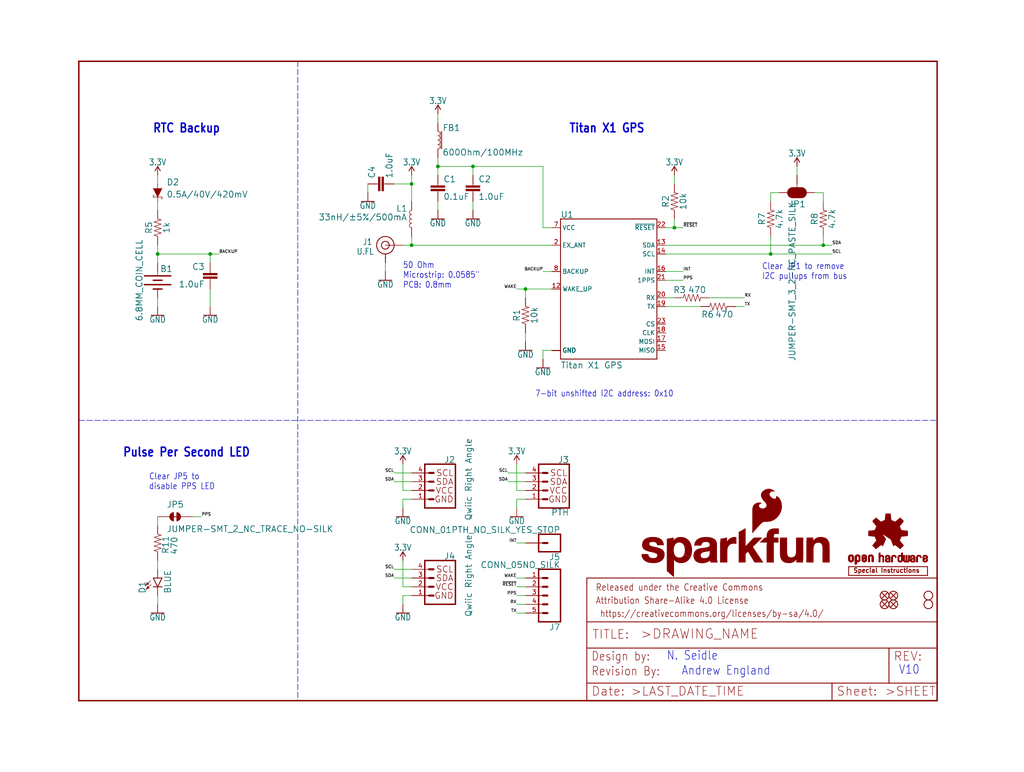
<source format=kicad_sch>
(kicad_sch (version 20211123) (generator eeschema)
  (paper "User" 297.002 223.926)
  (lib_symbols
    (symbol "eagleSchem-eagle-import:0.1UF-0603-25V-(+80{slash}-20%)"
      (property "Reference" "C" (at 1.524 2.921 0))
      (property "Value" "0.1UF-0603-25V-(+80{slash}-20%)" (at 1.524 -2.159 0))
      (symbol "0.1UF-0603-25V-(+80{slash}-20%)_1_0"
        (pin passive line (at 0 5.08 270) (length 2.54) (name "1") (number "1"))
        (pin passive line (at 0 -2.54 90) (length 2.54) (name "2") (number "2"))
      )
    )
    (symbol "eagleSchem-eagle-import:1.0UF-0603-16V-10%"
      (property "Reference" "C" (at 1.524 2.921 0))
      (property "Value" "1.0UF-0603-16V-10%" (at 1.524 -2.159 0))
      (symbol "1.0UF-0603-16V-10%_1_0"
        (pin passive line (at 0 5.08 270) (length 2.54) (name "1") (number "1"))
        (pin passive line (at 0 -2.54 90) (length 2.54) (name "2") (number "2"))
      )
    )
    (symbol "eagleSchem-eagle-import:10KOHM-0603-1{slash}10W-1%"
      (property "Reference" "R" (at 0 1.524 0))
      (property "Value" "10KOHM-0603-1{slash}10W-1%" (at 0 -1.524 0))
      (symbol "10KOHM-0603-1{slash}10W-1%_1_0"
        (pin passive line (at -5.08 0 0) (length 2.54) (name "1") (number "1"))
        (pin passive line (at 5.08 0 180) (length 2.54) (name "2") (number "2"))
      )
    )
    (symbol "eagleSchem-eagle-import:1KOHM-0603-1{slash}10W-1%"
      (property "Reference" "R" (at 0 1.524 0))
      (property "Value" "1KOHM-0603-1{slash}10W-1%" (at 0 -1.524 0))
      (symbol "1KOHM-0603-1{slash}10W-1%_1_0"
        (pin passive line (at -5.08 0 0) (length 2.54) (name "1") (number "1"))
        (pin passive line (at 5.08 0 180) (length 2.54) (name "2") (number "2"))
      )
    )
    (symbol "eagleSchem-eagle-import:3.3V" (power)
      (property "Value" "3.3V" (at 0 2.794 0))
      (symbol "3.3V_1_0"
        (pin power_in line (at 0 0 90) (length 2.54) (name "3.3V") (number "1"))
      )
    )
    (symbol "eagleSchem-eagle-import:4.7KOHM-0603-1{slash}10W-1%"
      (property "Reference" "R" (at 0 1.524 0))
      (property "Value" "4.7KOHM-0603-1{slash}10W-1%" (at 0 -1.524 0))
      (symbol "4.7KOHM-0603-1{slash}10W-1%_1_0"
        (pin passive line (at -5.08 0 0) (length 2.54) (name "1") (number "1"))
        (pin passive line (at 5.08 0 180) (length 2.54) (name "2") (number "2"))
      )
    )
    (symbol "eagleSchem-eagle-import:470OHM-0603-1{slash}10W-1%"
      (property "Reference" "R" (at 0 1.524 0))
      (property "Value" "470OHM-0603-1{slash}10W-1%" (at 0 -1.524 0))
      (symbol "470OHM-0603-1{slash}10W-1%_1_0"
        (pin passive line (at -5.08 0 0) (length 2.54) (name "1") (number "1"))
        (pin passive line (at 5.08 0 180) (length 2.54) (name "2") (number "2"))
      )
    )
    (symbol "eagleSchem-eagle-import:BATTERY-6.8MM_SMD"
      (property "Reference" "BT" (at 0 4.318 0))
      (property "Value" "BATTERY-6.8MM_SMD" (at 0 -4.318 0))
      (symbol "BATTERY-6.8MM_SMD_1_0"
        (pin power_in line (at -5.08 0 0) (length 2.54) (name "+") (number "+"))
        (pin power_in line (at 5.08 0 180) (length 2.54) (name "-") (number "-"))
      )
    )
    (symbol "eagleSchem-eagle-import:CONN_01PTH_NO_SILK_YES_STOP"
      (property "Reference" "J" (at -2.54 3.048 0))
      (property "Value" "CONN_01PTH_NO_SILK_YES_STOP" (at -2.54 -4.826 0))
      (symbol "CONN_01PTH_NO_SILK_YES_STOP_1_0"
        (pin passive line (at 7.62 0 180) (length 5.08) (name "1") (number "1"))
      )
    )
    (symbol "eagleSchem-eagle-import:CONN_05NO_SILK"
      (property "Reference" "J" (at -2.54 8.128 0))
      (property "Value" "CONN_05NO_SILK" (at -2.54 -9.906 0))
      (symbol "CONN_05NO_SILK_1_0"
        (pin passive line (at 7.62 -5.08 180) (length 5.08) (name "1") (number "1"))
        (pin passive line (at 7.62 -2.54 180) (length 5.08) (name "2") (number "2"))
        (pin passive line (at 7.62 0 180) (length 5.08) (name "3") (number "3"))
        (pin passive line (at 7.62 2.54 180) (length 5.08) (name "4") (number "4"))
        (pin passive line (at 7.62 5.08 180) (length 5.08) (name "5") (number "5"))
      )
    )
    (symbol "eagleSchem-eagle-import:DIODE-SCHOTTKY-PMEG4005EJ"
      (property "Reference" "D" (at -2.54 2.032 0))
      (property "Value" "DIODE-SCHOTTKY-PMEG4005EJ" (at -2.54 -2.032 0))
      (symbol "DIODE-SCHOTTKY-PMEG4005EJ_1_0"
        (pin passive line (at -2.54 0 0) (length 0) (name "A") (number "A"))
        (pin passive line (at 2.54 0 180) (length 0) (name "C") (number "C"))
      )
    )
    (symbol "eagleSchem-eagle-import:FERRITE_BEAD-0603"
      (property "Reference" "FB" (at 1.27 2.54 0))
      (property "Value" "FERRITE_BEAD-0603" (at 1.27 -2.54 0))
      (symbol "FERRITE_BEAD-0603_1_0"
        (pin passive line (at 0 5.08 270) (length 2.54) (name "1") (number "1"))
        (pin passive line (at 0 -5.08 90) (length 2.54) (name "2") (number "2"))
      )
    )
    (symbol "eagleSchem-eagle-import:FIDUCIALUFIDUCIAL")
    (symbol "eagleSchem-eagle-import:FRAME-LETTER"
      (symbol "FRAME-LETTER_2_0"
        (text " https://creativecommons.org/licenses/by-sa/4.0/" (at 2.54 24.13 0) (effects (font (size 1.9304 1.6408)) (justify left bottom)))
        (text ">DRAWING_NAME" (at 15.494 17.78 0) (effects (font (size 2.7432 2.7432)) (justify left bottom)))
        (text ">LAST_DATE_TIME" (at 12.7 1.27 0) (effects (font (size 2.54 2.54)) (justify left bottom)))
        (text ">SHEET" (at 86.36 1.27 0) (effects (font (size 2.54 2.54)) (justify left bottom)))
        (text "Attribution Share-Alike 4.0 License" (at 2.54 27.94 0) (effects (font (size 1.9304 1.6408)) (justify left bottom)))
        (text "Date:" (at 1.27 1.27 0) (effects (font (size 2.54 2.54)) (justify left bottom)))
        (text "Design by:" (at 1.27 11.43 0) (effects (font (size 2.54 2.159)) (justify left bottom)))
        (text "Released under the Creative Commons" (at 2.54 31.75 0) (effects (font (size 1.9304 1.6408)) (justify left bottom)))
        (text "REV:" (at 88.9 11.43 0) (effects (font (size 2.54 2.54)) (justify left bottom)))
        (text "Sheet:" (at 72.39 1.27 0) (effects (font (size 2.54 2.54)) (justify left bottom)))
        (text "TITLE:" (at 1.524 17.78 0) (effects (font (size 2.54 2.54)) (justify left bottom)))
      )
    )
    (symbol "eagleSchem-eagle-import:GND" (power)
      (property "Value" "GND" (at 0 -0.254 0))
      (symbol "GND_1_0"
        (pin power_in line (at 0 2.54 270) (length 2.54) (name "GND") (number "1"))
      )
    )
    (symbol "eagleSchem-eagle-import:I2C_STANDARDQWIIC"
      (property "Reference" "J" (at -5.08 7.874 0))
      (property "Value" "I2C_STANDARDQWIIC" (at -5.08 -5.334 0))
      (symbol "I2C_STANDARDQWIIC_1_0"
        (text "GND" (at -4.572 -2.54 0) (effects (font (size 1.778 1.778)) (justify left)))
        (text "SCL" (at -4.572 5.08 0) (effects (font (size 1.778 1.778)) (justify left)))
        (text "SDA" (at -4.572 2.54 0) (effects (font (size 1.778 1.778)) (justify left)))
        (text "VCC" (at -4.572 0 0) (effects (font (size 1.778 1.778)) (justify left)))
        (pin power_in line (at 7.62 -2.54 180) (length 5.08) (name "1") (number "1"))
        (pin power_in line (at 7.62 0 180) (length 5.08) (name "2") (number "2"))
        (pin passive line (at 7.62 2.54 180) (length 5.08) (name "3") (number "3"))
        (pin passive line (at 7.62 5.08 180) (length 5.08) (name "4") (number "4"))
      )
    )
    (symbol "eagleSchem-eagle-import:I2C_STANDARD_NO_SILK"
      (property "Reference" "J" (at -5.08 7.874 0))
      (property "Value" "I2C_STANDARD_NO_SILK" (at -5.08 -5.334 0))
      (symbol "I2C_STANDARD_NO_SILK_1_0"
        (text "GND" (at -4.572 -2.54 0) (effects (font (size 1.778 1.778)) (justify left)))
        (text "SCL" (at -4.572 5.08 0) (effects (font (size 1.778 1.778)) (justify left)))
        (text "SDA" (at -4.572 2.54 0) (effects (font (size 1.778 1.778)) (justify left)))
        (text "VCC" (at -4.572 0 0) (effects (font (size 1.778 1.778)) (justify left)))
        (pin power_in line (at 7.62 -2.54 180) (length 5.08) (name "1") (number "1"))
        (pin power_in line (at 7.62 0 180) (length 5.08) (name "2") (number "2"))
        (pin passive line (at 7.62 2.54 180) (length 5.08) (name "3") (number "3"))
        (pin passive line (at 7.62 5.08 180) (length 5.08) (name "4") (number "4"))
      )
    )
    (symbol "eagleSchem-eagle-import:INDUCTOR-0603-33NH"
      (property "Reference" "L" (at 1.27 2.54 0))
      (property "Value" "INDUCTOR-0603-33NH" (at 1.27 -2.54 0))
      (symbol "INDUCTOR-0603-33NH_1_0"
        (pin passive line (at 0 5.08 270) (length 2.54) (name "1") (number "1"))
        (pin passive line (at 0 -5.08 90) (length 2.54) (name "2") (number "2"))
      )
    )
    (symbol "eagleSchem-eagle-import:JUMPER-SMT_2_NC_TRACE_NO-SILK"
      (property "Reference" "JP" (at -2.54 2.54 0))
      (property "Value" "JUMPER-SMT_2_NC_TRACE_NO-SILK" (at -2.54 -2.54 0))
      (symbol "JUMPER-SMT_2_NC_TRACE_NO-SILK_1_0"
        (pin passive line (at -5.08 0 0) (length 2.54) (name "1") (number "1"))
        (pin passive line (at 5.08 0 180) (length 2.54) (name "2") (number "2"))
      )
    )
    (symbol "eagleSchem-eagle-import:JUMPER-SMT_3_2-NC_PASTE_SILK"
      (property "Reference" "JP" (at 2.54 0.381 0))
      (property "Value" "JUMPER-SMT_3_2-NC_PASTE_SILK" (at 2.54 -0.381 0))
      (symbol "JUMPER-SMT_3_2-NC_PASTE_SILK_1_0"
        (pin passive line (at 0 5.08 270) (length 2.54) (name "1") (number "1"))
        (pin passive line (at -5.08 0 0) (length 2.54) (name "2") (number "2"))
        (pin passive line (at 0 -5.08 90) (length 2.54) (name "3") (number "3"))
      )
    )
    (symbol "eagleSchem-eagle-import:LED-BLUE0603"
      (property "Reference" "D" (at -3.429 -4.572 90))
      (property "Value" "LED-BLUE0603" (at 1.905 -4.572 90))
      (symbol "LED-BLUE0603_1_0"
        (pin passive line (at 0 2.54 270) (length 2.54) (name "A") (number "A"))
        (pin passive line (at 0 -5.08 90) (length 2.54) (name "C") (number "C"))
      )
    )
    (symbol "eagleSchem-eagle-import:OSHW-LOGOMINI")
    (symbol "eagleSchem-eagle-import:REVISION"
      (symbol "REVISION_1_0"
        (text "Revision By: " (at 0 0 0) (effects (font (size 2.54 2.159)) (justify left bottom)))
      )
    )
    (symbol "eagleSchem-eagle-import:SFE_LOGO_NAME_FLAME.1_INCH")
    (symbol "eagleSchem-eagle-import:SPECIAL_INSTRUCTIONS-PRODUCTION"
      (symbol "SPECIAL_INSTRUCTIONS-PRODUCTION_1_0"
        (text "Special Instructions" (at 1.27 0.6985 0) (effects (font (size 1.27 1.27) (thickness 0.254) bold) (justify left bottom)))
      )
    )
    (symbol "eagleSchem-eagle-import:STAND-OFF")
    (symbol "eagleSchem-eagle-import:TITAN_X1_GPS"
      (property "Reference" "U" (at -15.24 20.574 0))
      (property "Value" "TITAN_X1_GPS" (at -15.24 -23.114 0))
      (symbol "TITAN_X1_GPS_1_0"
        (pin bidirectional line (at -17.78 -17.78 0) (length 2.54) (name "GND") (number "1"))
        (pin bidirectional line (at -17.78 -17.78 0) (length 2.54) (name "GND") (number "10"))
        (pin bidirectional line (at -17.78 -17.78 0) (length 2.54) (name "GND") (number "11"))
        (pin bidirectional line (at -17.78 0 0) (length 2.54) (name "WAKE_UP") (number "12"))
        (pin bidirectional line (at 15.24 12.7 180) (length 2.54) (name "SDA") (number "13"))
        (pin bidirectional line (at 15.24 10.16 180) (length 2.54) (name "SCL") (number "14"))
        (pin bidirectional line (at 15.24 -17.78 180) (length 2.54) (name "MISO") (number "15"))
        (pin bidirectional line (at 15.24 5.08 180) (length 2.54) (name "INT") (number "16"))
        (pin bidirectional line (at 15.24 -15.24 180) (length 2.54) (name "MOSI") (number "17"))
        (pin bidirectional line (at 15.24 -12.7 180) (length 2.54) (name "CLK") (number "18"))
        (pin bidirectional line (at 15.24 -5.08 180) (length 2.54) (name "TX") (number "19"))
        (pin bidirectional line (at -17.78 12.7 0) (length 2.54) (name "EX_ANT") (number "2"))
        (pin bidirectional line (at 15.24 -2.54 180) (length 2.54) (name "RX") (number "20"))
        (pin bidirectional line (at 15.24 2.54 180) (length 2.54) (name "1PPS") (number "21"))
        (pin bidirectional line (at 15.24 17.78 180) (length 2.54) (name "~{RESET}") (number "22"))
        (pin bidirectional line (at 15.24 -10.16 180) (length 2.54) (name "CS") (number "23"))
        (pin bidirectional line (at -17.78 -17.78 0) (length 2.54) (name "GND") (number "24"))
        (pin bidirectional line (at -17.78 -17.78 0) (length 2.54) (name "GND") (number "3"))
        (pin bidirectional line (at -17.78 -17.78 0) (length 2.54) (name "GND") (number "4"))
        (pin bidirectional line (at -17.78 -17.78 0) (length 2.54) (name "GND") (number "5"))
        (pin bidirectional line (at -17.78 -17.78 0) (length 2.54) (name "GND") (number "6"))
        (pin bidirectional line (at -17.78 17.78 0) (length 2.54) (name "VCC") (number "7"))
        (pin bidirectional line (at -17.78 5.08 0) (length 2.54) (name "BACKUP") (number "8"))
        (pin bidirectional line (at -17.78 -17.78 0) (length 2.54) (name "GND") (number "9"))
      )
    )
    (symbol "eagleSchem-eagle-import:U.FL2PIN"
      (property "Reference" "J" (at 2.54 -5.08 0))
      (property "Value" "U.FL2PIN" (at 2.54 -7.62 0))
      (symbol "U.FL2PIN_1_0"
        (pin bidirectional line (at 0 -5.08 90) (length 2.54) (name "GND") (number "1"))
        (pin bidirectional line (at 0 -5.08 90) (length 2.54) (name "GND") (number "2"))
        (pin bidirectional line (at 5.08 0 180) (length 5.08) (name "SIGNAL") (number "FEED"))
      )
    )
  )
  (junction (at 137.16 48.26))
  (junction (at 119.38 71.12))
  (junction (at 223.52 73.66))
  (junction (at 152.4 83.82))
  (junction (at 195.58 66.04))
  (junction (at 119.38 53.34))
  (junction (at 45.72 73.66))
  (junction (at 127 48.26))
  (junction (at 60.96 73.66))
  (junction (at 238.76 71.12))
  (wire (pts (xy 157.48 101.6) (xy 157.48 104.14)))
  (wire (pts (xy 193.04 73.66) (xy 223.52 73.66)))
  (wire (pts (xy 152.4 167.64) (xy 149.86 167.64)))
  (wire (pts (xy 45.72 162.56) (xy 45.72 165.1)))
  (wire (pts (xy 119.38 139.7) (xy 114.3 139.7)))
  (wire (pts (xy 193.04 78.74) (xy 198.12 78.74)))
  (wire (pts (xy 119.38 53.34) (xy 119.38 58.42)))
  (wire (pts (xy 45.72 58.42) (xy 45.72 60.96)))
  (wire (pts (xy 45.72 172.72) (xy 45.72 175.26)))
  (wire (pts (xy 149.86 142.24) (xy 149.86 134.62)))
  (wire (pts (xy 223.52 58.42) (xy 223.52 55.88)))
  (wire (pts (xy 119.38 170.18) (xy 116.84 170.18)))
  (wire (pts (xy 238.76 58.42) (xy 238.76 55.88)))
  (wire (pts (xy 127 45.72) (xy 127 48.26)))
  (wire (pts (xy 223.52 68.58) (xy 223.52 73.66)))
  (wire (pts (xy 152.4 175.26) (xy 149.86 175.26)))
  (wire (pts (xy 231.14 48.26) (xy 231.14 50.8)))
  (wire (pts (xy 152.4 96.52) (xy 152.4 99.06)))
  (wire (pts (xy 152.4 144.78) (xy 149.86 144.78)))
  (polyline (pts (xy 86.36 17.78) (xy 86.36 203.2)))
  (wire (pts (xy 45.72 50.8) (xy 45.72 53.34)))
  (wire (pts (xy 160.02 83.82) (xy 152.4 83.82)))
  (wire (pts (xy 45.72 73.66) (xy 45.72 76.2)))
  (wire (pts (xy 157.48 66.04) (xy 160.02 66.04)))
  (wire (pts (xy 127 33.02) (xy 127 35.56)))
  (wire (pts (xy 60.96 73.66) (xy 45.72 73.66)))
  (wire (pts (xy 238.76 68.58) (xy 238.76 71.12)))
  (wire (pts (xy 195.58 53.34) (xy 195.58 50.8)))
  (wire (pts (xy 152.4 170.18) (xy 149.86 170.18)))
  (wire (pts (xy 160.02 101.6) (xy 157.48 101.6)))
  (wire (pts (xy 119.38 142.24) (xy 116.84 142.24)))
  (wire (pts (xy 119.38 137.16) (xy 114.3 137.16)))
  (wire (pts (xy 137.16 60.96) (xy 137.16 58.42)))
  (wire (pts (xy 193.04 81.28) (xy 198.12 81.28)))
  (wire (pts (xy 60.96 73.66) (xy 63.5 73.66)))
  (wire (pts (xy 223.52 73.66) (xy 241.3 73.66)))
  (polyline (pts (xy 22.86 121.92) (xy 271.78 121.92)))
  (wire (pts (xy 60.96 73.66) (xy 60.96 76.2)))
  (wire (pts (xy 45.72 149.86) (xy 45.72 152.4)))
  (wire (pts (xy 223.52 55.88) (xy 226.06 55.88)))
  (wire (pts (xy 127 48.26) (xy 127 50.8)))
  (wire (pts (xy 45.72 86.36) (xy 45.72 88.9)))
  (wire (pts (xy 160.02 78.74) (xy 157.48 78.74)))
  (wire (pts (xy 195.58 66.04) (xy 195.58 63.5)))
  (wire (pts (xy 152.4 157.48) (xy 149.86 157.48)))
  (wire (pts (xy 193.04 71.12) (xy 238.76 71.12)))
  (wire (pts (xy 116.84 144.78) (xy 116.84 147.32)))
  (wire (pts (xy 149.86 144.78) (xy 149.86 147.32)))
  (wire (pts (xy 152.4 83.82) (xy 149.86 83.82)))
  (wire (pts (xy 119.38 71.12) (xy 116.84 71.12)))
  (wire (pts (xy 119.38 144.78) (xy 116.84 144.78)))
  (wire (pts (xy 114.3 53.34) (xy 119.38 53.34)))
  (wire (pts (xy 55.88 149.86) (xy 58.42 149.86)))
  (wire (pts (xy 137.16 48.26) (xy 137.16 50.8)))
  (wire (pts (xy 45.72 71.12) (xy 45.72 73.66)))
  (wire (pts (xy 152.4 83.82) (xy 152.4 86.36)))
  (wire (pts (xy 152.4 139.7) (xy 147.32 139.7)))
  (wire (pts (xy 157.48 48.26) (xy 157.48 66.04)))
  (wire (pts (xy 152.4 177.8) (xy 149.86 177.8)))
  (wire (pts (xy 193.04 88.9) (xy 203.2 88.9)))
  (wire (pts (xy 116.84 172.72) (xy 116.84 175.26)))
  (wire (pts (xy 119.38 167.64) (xy 114.3 167.64)))
  (wire (pts (xy 127 48.26) (xy 137.16 48.26)))
  (wire (pts (xy 119.38 172.72) (xy 116.84 172.72)))
  (wire (pts (xy 106.68 53.34) (xy 106.68 55.88)))
  (wire (pts (xy 238.76 71.12) (xy 241.3 71.12)))
  (wire (pts (xy 111.76 78.74) (xy 111.76 76.2)))
  (wire (pts (xy 119.38 68.58) (xy 119.38 71.12)))
  (wire (pts (xy 152.4 172.72) (xy 149.86 172.72)))
  (wire (pts (xy 60.96 83.82) (xy 60.96 88.9)))
  (wire (pts (xy 119.38 165.1) (xy 114.3 165.1)))
  (wire (pts (xy 116.84 142.24) (xy 116.84 134.62)))
  (wire (pts (xy 193.04 86.36) (xy 195.58 86.36)))
  (wire (pts (xy 116.84 170.18) (xy 116.84 162.56)))
  (wire (pts (xy 160.02 71.12) (xy 119.38 71.12)))
  (wire (pts (xy 152.4 137.16) (xy 147.32 137.16)))
  (wire (pts (xy 205.74 86.36) (xy 215.9 86.36)))
  (wire (pts (xy 195.58 66.04) (xy 198.12 66.04)))
  (wire (pts (xy 238.76 55.88) (xy 236.22 55.88)))
  (wire (pts (xy 119.38 50.8) (xy 119.38 53.34)))
  (wire (pts (xy 152.4 142.24) (xy 149.86 142.24)))
  (wire (pts (xy 127 58.42) (xy 127 60.96)))
  (wire (pts (xy 193.04 66.04) (xy 195.58 66.04)))
  (wire (pts (xy 213.36 88.9) (xy 215.9 88.9)))
  (wire (pts (xy 137.16 48.26) (xy 157.48 48.26)))
  (text "50 Ohm\nMicrostrip: 0.0585\"\nPCB: 0.8mm" (at 116.84 83.82 180) (effects (font (size 1.778 1.5113)) (justify left bottom)))
  (text "Andrew England" (at 197.612 196.088 180) (effects (font (size 2.54 2.159)) (justify left bottom)))
  (text "Clear JP1 to remove\nI2C pullups from bus" (at 220.98 81.28 180) (effects (font (size 1.778 1.5113)) (justify left bottom)))
  (text "RTC Backup" (at 54.102 37.338 180) (effects (font (size 2.54 2.159) (thickness 0.4318) bold)))
  (text "V10" (at 260.604 195.834 180) (effects (font (size 2.54 2.159)) (justify left bottom)))
  (text "Pulse Per Second LED" (at 54.102 131.318 180) (effects (font (size 2.54 2.159) (thickness 0.4318) bold)))
  (text "Titan X1 GPS" (at 176.022 37.338 180) (effects (font (size 2.54 2.159) (thickness 0.4318) bold)))
  (text "Clear JP5 to\ndisable PPS LED" (at 43.18 142.24 180) (effects (font (size 1.778 1.5113)) (justify left bottom)))
  (text "N. Seidle" (at 193.294 191.77 180) (effects (font (size 2.54 2.159)) (justify left bottom)))
  (text "7-bit unshifted I2C address: 0x10" (at 175.26 114.3 180) (effects (font (size 1.778 1.5113))))
  (label "~{RESET}" (at 149.86 170.18 180) (effects (font (size 0.889 0.889))))
  (label "~{RESET}" (at 198.12 66.04 0) (effects (font (size 0.889 0.889))))
  (label "SDA" (at 114.3 167.64 180) (effects (font (size 0.889 0.889))))
  (label "INT" (at 198.12 78.74 0) (effects (font (size 0.889 0.889))))
  (label "SCL" (at 147.32 137.16 180) (effects (font (size 0.889 0.889))))
  (label "SDA" (at 114.3 139.7 180) (effects (font (size 0.889 0.889))))
  (label "SDA" (at 147.32 139.7 180) (effects (font (size 0.889 0.889))))
  (label "BACKUP" (at 63.5 73.66 0) (effects (font (size 0.889 0.889))))
  (label "SCL" (at 114.3 137.16 180) (effects (font (size 0.889 0.889))))
  (label "PPS" (at 198.12 81.28 0) (effects (font (size 0.889 0.889))))
  (label "PPS" (at 149.86 172.72 180) (effects (font (size 0.889 0.889))))
  (label "SDA" (at 241.3 71.12 0) (effects (font (size 0.889 0.889))))
  (label "WAKE" (at 149.86 167.64 180) (effects (font (size 0.889 0.889))))
  (label "SCL" (at 241.3 73.66 0) (effects (font (size 0.889 0.889))))
  (label "RX" (at 149.86 175.26 180) (effects (font (size 0.889 0.889))))
  (label "TX" (at 149.86 177.8 180) (effects (font (size 0.889 0.889))))
  (label "PPS" (at 58.42 149.86 0) (effects (font (size 0.889 0.889))))
  (label "BACKUP" (at 157.48 78.74 180) (effects (font (size 0.889 0.889))))
  (label "WAKE" (at 149.86 83.82 180) (effects (font (size 0.889 0.889))))
  (label "INT" (at 149.86 157.48 180) (effects (font (size 0.889 0.889))))
  (label "RX" (at 215.9 86.36 0) (effects (font (size 0.889 0.889))))
  (label "SCL" (at 114.3 165.1 180) (effects (font (size 0.889 0.889))))
  (label "TX" (at 215.9 88.9 0) (effects (font (size 0.889 0.889))))
  (symbol (lib_id "eagleSchem-eagle-import:3.3V") (at 195.58 50.8 0) (unit 1)
    (property "Reference" "#SUPPLY2" (effects hide))
    (property "Value" "3.3V" (at 195.58 48.006 0) (effects (font (size 1.778 1.5113)) (justify bottom)))
    (property "Footprint" "eagleSchem:" (effects hide))
  )
  (symbol (lib_id "eagleSchem-eagle-import:SFE_LOGO_NAME_FLAME.1_INCH") (at 185.42 167.64 0) (unit 1)
    (property "Reference" "LOGO2" (effects hide))
    (property "Value" "SFE_LOGO_NAME_FLAME.1_INCH" (effects hide))
    (property "Footprint" "eagleSchem:SFE_LOGO_NAME_FLAME_.1" (effects hide))
  )
  (symbol (lib_id "eagleSchem-eagle-import:FIDUCIALUFIDUCIAL") (at 256.54 175.26 270) (unit 1)
    (property "Reference" "JP7" (effects hide))
    (property "Value" "FIDUCIALUFIDUCIAL" (effects hide))
    (property "Footprint" "eagleSchem:MICRO-FIDUCIAL" (effects hide))
  )
  (symbol (lib_id "eagleSchem-eagle-import:4.7KOHM-0603-1{slash}10W-1%") (at 238.76 63.5 90) (unit 1)
    (property "Reference" "R8" (at 237.236 63.5 0) (effects (font (size 1.778 1.778)) (justify bottom)))
    (property "Value" "4.7k" (at 240.284 63.5 0) (effects (font (size 1.778 1.778)) (justify top)))
    (property "Footprint" "eagleSchem:0603" (effects hide))
  )
  (symbol (lib_id "eagleSchem-eagle-import:GND") (at 60.96 91.44 0) (unit 1)
    (property "Reference" "#GND10" (effects hide))
    (property "Value" "GND" (at 60.96 91.694 0) (effects (font (size 1.778 1.5113)) (justify top)))
    (property "Footprint" "eagleSchem:" (effects hide))
  )
  (symbol (lib_id "eagleSchem-eagle-import:INDUCTOR-0603-33NH") (at 119.38 63.5 180) (unit 1)
    (property "Reference" "L1" (at 114.808 61.468 0) (effects (font (size 1.778 1.778)) (justify right top)))
    (property "Value" "33nH/±5%/500mA" (at 118.11 64.008 0) (effects (font (size 1.778 1.778)) (justify left top)))
    (property "Footprint" "eagleSchem:0603" (effects hide))
  )
  (symbol (lib_id "eagleSchem-eagle-import:I2C_STANDARD_NO_SILK") (at 160.02 142.24 0) (mirror y) (unit 1)
    (property "Reference" "J3" (at 165.1 134.366 0) (effects (font (size 1.778 1.778)) (justify left bottom)))
    (property "Value" "PTH" (at 165.1 147.574 0) (effects (font (size 1.778 1.778)) (justify left top)))
    (property "Footprint" "eagleSchem:1X04_NO_SILK" (effects hide))
  )
  (symbol (lib_id "eagleSchem-eagle-import:JUMPER-SMT_3_2-NC_PASTE_SILK") (at 231.14 55.88 270) (unit 1)
    (property "Reference" "JP1" (at 228.6 60.198 90) (effects (font (size 1.778 1.778)) (justify left bottom)))
    (property "Value" "JUMPER-SMT_3_2-NC_PASTE_SILK" (at 230.759 58.42 0) (effects (font (size 1.778 1.778)) (justify left top)))
    (property "Footprint" "eagleSchem:SMT-JUMPER_3_2-NC_PASTE_SILK" (effects hide))
  )
  (symbol (lib_id "eagleSchem-eagle-import:3.3V") (at 149.86 134.62 0) (unit 1)
    (property "Reference" "#SUPPLY7" (effects hide))
    (property "Value" "3.3V" (at 149.86 131.826 0) (effects (font (size 1.778 1.5113)) (justify bottom)))
    (property "Footprint" "eagleSchem:" (effects hide))
  )
  (symbol (lib_id "eagleSchem-eagle-import:FIDUCIALUFIDUCIAL") (at 259.08 175.26 270) (unit 1)
    (property "Reference" "JP8" (effects hide))
    (property "Value" "FIDUCIALUFIDUCIAL" (effects hide))
    (property "Footprint" "eagleSchem:MICRO-FIDUCIAL" (effects hide))
  )
  (symbol (lib_id "eagleSchem-eagle-import:GND") (at 157.48 106.68 0) (unit 1)
    (property "Reference" "#GND3" (effects hide))
    (property "Value" "GND" (at 157.48 106.934 0) (effects (font (size 1.778 1.5113)) (justify top)))
    (property "Footprint" "eagleSchem:" (effects hide))
  )
  (symbol (lib_id "eagleSchem-eagle-import:TITAN_X1_GPS") (at 177.8 83.82 0) (unit 1)
    (property "Reference" "U1" (at 162.56 63.246 0) (effects (font (size 1.778 1.778)) (justify left bottom)))
    (property "Value" "Titan X1 GPS" (at 162.56 106.934 0) (effects (font (size 1.778 1.778)) (justify left bottom)))
    (property "Footprint" "eagleSchem:TITAN_X1_GPS" (effects hide))
  )
  (symbol (lib_id "eagleSchem-eagle-import:470OHM-0603-1{slash}10W-1%") (at 200.66 86.36 0) (unit 1)
    (property "Reference" "R3" (at 197.104 85.09 0) (effects (font (size 1.778 1.778)) (justify bottom)))
    (property "Value" "470" (at 202.184 85.09 0) (effects (font (size 1.778 1.778)) (justify bottom)))
    (property "Footprint" "eagleSchem:0603" (effects hide))
  )
  (symbol (lib_id "eagleSchem-eagle-import:3.3V") (at 119.38 50.8 0) (mirror y) (unit 1)
    (property "Reference" "#SUPPLY3" (effects hide))
    (property "Value" "3.3V" (at 119.38 48.006 0) (effects (font (size 1.778 1.5113)) (justify bottom)))
    (property "Footprint" "eagleSchem:" (effects hide))
  )
  (symbol (lib_id "eagleSchem-eagle-import:10KOHM-0603-1{slash}10W-1%") (at 152.4 91.44 90) (unit 1)
    (property "Reference" "R1" (at 150.876 91.44 0) (effects (font (size 1.778 1.778)) (justify bottom)))
    (property "Value" "10k" (at 153.924 91.44 0) (effects (font (size 1.778 1.778)) (justify top)))
    (property "Footprint" "eagleSchem:0603" (effects hide))
  )
  (symbol (lib_id "eagleSchem-eagle-import:I2C_STANDARDQWIIC") (at 127 142.24 0) (mirror y) (unit 1)
    (property "Reference" "J2" (at 132.08 134.366 0) (effects (font (size 1.778 1.778)) (justify left bottom)))
    (property "Value" "Qwiic Right Angle" (at 134.874 127 90) (effects (font (size 1.778 1.778)) (justify right bottom)))
    (property "Footprint" "eagleSchem:1X04_1MM_RA" (effects hide))
  )
  (symbol (lib_id "eagleSchem-eagle-import:3.3V") (at 116.84 162.56 0) (unit 1)
    (property "Reference" "#SUPPLY8" (effects hide))
    (property "Value" "3.3V" (at 116.84 159.766 0) (effects (font (size 1.778 1.5113)) (justify bottom)))
    (property "Footprint" "eagleSchem:" (effects hide))
  )
  (symbol (lib_id "eagleSchem-eagle-import:CONN_01PTH_NO_SILK_YES_STOP") (at 160.02 157.48 180) (unit 1)
    (property "Reference" "J5" (at 162.56 160.528 0) (effects (font (size 1.778 1.778)) (justify left bottom)))
    (property "Value" "CONN_01PTH_NO_SILK_YES_STOP" (at 162.56 152.654 0) (effects (font (size 1.778 1.778)) (justify left bottom)))
    (property "Footprint" "eagleSchem:1X01_NO_SILK" (effects hide))
  )
  (symbol (lib_id "eagleSchem-eagle-import:GND") (at 127 63.5 0) (mirror y) (unit 1)
    (property "Reference" "#GND11" (effects hide))
    (property "Value" "GND" (at 127 63.754 0) (effects (font (size 1.778 1.5113)) (justify top)))
    (property "Footprint" "eagleSchem:" (effects hide))
  )
  (symbol (lib_id "eagleSchem-eagle-import:BATTERY-6.8MM_SMD") (at 45.72 81.28 270) (unit 1)
    (property "Reference" "B1" (at 48.26 78.994 90) (effects (font (size 1.778 1.778)) (justify bottom)))
    (property "Value" "6.8MM_COIN_CELL" (at 41.402 81.28 0) (effects (font (size 1.778 1.778)) (justify top)))
    (property "Footprint" "eagleSchem:BATTCON-6.8MM" (effects hide))
  )
  (symbol (lib_id "eagleSchem-eagle-import:10KOHM-0603-1{slash}10W-1%") (at 195.58 58.42 90) (unit 1)
    (property "Reference" "R2" (at 194.056 58.42 0) (effects (font (size 1.778 1.778)) (justify bottom)))
    (property "Value" "10k" (at 197.104 58.42 0) (effects (font (size 1.778 1.778)) (justify top)))
    (property "Footprint" "eagleSchem:0603" (effects hide))
  )
  (symbol (lib_id "eagleSchem-eagle-import:3.3V") (at 127 33.02 0) (mirror y) (unit 1)
    (property "Reference" "#SUPPLY6" (effects hide))
    (property "Value" "3.3V" (at 127 30.226 0) (effects (font (size 1.778 1.5113)) (justify bottom)))
    (property "Footprint" "eagleSchem:" (effects hide))
  )
  (symbol (lib_id "eagleSchem-eagle-import:1.0UF-0603-16V-10%") (at 60.96 81.28 0) (mirror y) (unit 1)
    (property "Reference" "C3" (at 59.436 78.359 0) (effects (font (size 1.778 1.778)) (justify left bottom)))
    (property "Value" "1.0uF" (at 59.436 83.439 0) (effects (font (size 1.778 1.778)) (justify left bottom)))
    (property "Footprint" "eagleSchem:0603" (effects hide))
  )
  (symbol (lib_id "eagleSchem-eagle-import:GND") (at 45.72 91.44 0) (unit 1)
    (property "Reference" "#GND5" (effects hide))
    (property "Value" "GND" (at 45.72 91.694 0) (effects (font (size 1.778 1.5113)) (justify top)))
    (property "Footprint" "eagleSchem:" (effects hide))
  )
  (symbol (lib_id "eagleSchem-eagle-import:REVISION") (at 171.45 196.088 0) (unit 1)
    (property "Reference" "LOGO3" (effects hide))
    (property "Value" "REVISION" (effects hide))
    (property "Footprint" "eagleSchem:REVISION" (effects hide))
  )
  (symbol (lib_id "eagleSchem-eagle-import:GND") (at 152.4 101.6 0) (unit 1)
    (property "Reference" "#GND9" (effects hide))
    (property "Value" "GND" (at 152.4 101.854 0) (effects (font (size 1.778 1.5113)) (justify top)))
    (property "Footprint" "eagleSchem:" (effects hide))
  )
  (symbol (lib_id "eagleSchem-eagle-import:OSHW-LOGOMINI") (at 257.556 154.686 0) (unit 1)
    (property "Reference" "LOGO1" (effects hide))
    (property "Value" "OSHW-LOGOMINI" (effects hide))
    (property "Footprint" "eagleSchem:OSHW-LOGO-MINI" (effects hide))
  )
  (symbol (lib_id "eagleSchem-eagle-import:3.3V") (at 231.14 48.26 0) (unit 1)
    (property "Reference" "#SUPPLY9" (effects hide))
    (property "Value" "3.3V" (at 231.14 45.466 0) (effects (font (size 1.778 1.5113)) (justify bottom)))
    (property "Footprint" "eagleSchem:" (effects hide))
  )
  (symbol (lib_id "eagleSchem-eagle-import:CONN_05NO_SILK") (at 160.02 172.72 180) (unit 1)
    (property "Reference" "J7" (at 162.56 180.848 0) (effects (font (size 1.778 1.778)) (justify left bottom)))
    (property "Value" "CONN_05NO_SILK" (at 162.56 162.814 0) (effects (font (size 1.778 1.778)) (justify left bottom)))
    (property "Footprint" "eagleSchem:1X05_NO_SILK" (effects hide))
  )
  (symbol (lib_id "eagleSchem-eagle-import:SPECIAL_INSTRUCTIONS-PRODUCTION") (at 246.126 166.878 0) (unit 1)
    (property "Reference" "U$3" (effects hide))
    (property "Value" "SPECIAL_INSTRUCTIONS-PRODUCTION" (effects hide))
    (property "Footprint" "eagleSchem:PRODUCTION_INSTRUCTIONS" (effects hide))
  )
  (symbol (lib_id "eagleSchem-eagle-import:GND") (at 137.16 63.5 0) (unit 1)
    (property "Reference" "#GND2" (effects hide))
    (property "Value" "GND" (at 137.16 63.754 0) (effects (font (size 1.778 1.5113)) (justify top)))
    (property "Footprint" "eagleSchem:" (effects hide))
  )
  (symbol (lib_id "eagleSchem-eagle-import:3.3V") (at 116.84 134.62 0) (unit 1)
    (property "Reference" "#SUPPLY4" (effects hide))
    (property "Value" "3.3V" (at 116.84 131.826 0) (effects (font (size 1.778 1.5113)) (justify bottom)))
    (property "Footprint" "eagleSchem:" (effects hide))
  )
  (symbol (lib_id "eagleSchem-eagle-import:1KOHM-0603-1{slash}10W-1%") (at 45.72 66.04 90) (unit 1)
    (property "Reference" "R5" (at 44.196 66.04 0) (effects (font (size 1.778 1.778)) (justify bottom)))
    (property "Value" "1k" (at 47.244 66.04 0) (effects (font (size 1.778 1.778)) (justify top)))
    (property "Footprint" "eagleSchem:0603" (effects hide))
  )
  (symbol (lib_id "eagleSchem-eagle-import:1.0UF-0603-16V-10%") (at 137.16 55.88 0) (unit 1)
    (property "Reference" "C2" (at 138.684 52.959 0) (effects (font (size 1.778 1.778)) (justify left bottom)))
    (property "Value" "1.0uF" (at 138.684 58.039 0) (effects (font (size 1.778 1.778)) (justify left bottom)))
    (property "Footprint" "eagleSchem:0603" (effects hide))
  )
  (symbol (lib_id "eagleSchem-eagle-import:U.FL2PIN") (at 111.76 71.12 0) (unit 1)
    (property "Reference" "J1" (at 105.156 71.12 0) (effects (font (size 1.778 1.5113)) (justify left bottom)))
    (property "Value" "U.FL" (at 103.378 73.914 0) (effects (font (size 1.778 1.5113)) (justify left bottom)))
    (property "Footprint" "eagleSchem:U.FL" (effects hide))
  )
  (symbol (lib_id "eagleSchem-eagle-import:GND") (at 106.68 58.42 0) (unit 1)
    (property "Reference" "#GND13" (effects hide))
    (property "Value" "GND" (at 106.68 58.674 0) (effects (font (size 1.778 1.5113)) (justify top)))
    (property "Footprint" "eagleSchem:" (effects hide))
  )
  (symbol (lib_id "eagleSchem-eagle-import:LED-BLUE0603") (at 45.72 167.64 0) (unit 1)
    (property "Reference" "D1" (at 42.291 172.212 90) (effects (font (size 1.778 1.778)) (justify left bottom)))
    (property "Value" "BLUE" (at 47.625 172.212 90) (effects (font (size 1.778 1.778)) (justify left top)))
    (property "Footprint" "eagleSchem:LED-0603" (effects hide))
  )
  (symbol (lib_id "eagleSchem-eagle-import:FIDUCIALUFIDUCIAL") (at 256.54 172.72 270) (unit 1)
    (property "Reference" "JP2" (effects hide))
    (property "Value" "FIDUCIALUFIDUCIAL" (effects hide))
    (property "Footprint" "eagleSchem:MICRO-FIDUCIAL" (effects hide))
  )
  (symbol (lib_id "eagleSchem-eagle-import:GND") (at 45.72 177.8 0) (unit 1)
    (property "Reference" "#GND4" (effects hide))
    (property "Value" "GND" (at 45.72 178.054 0) (effects (font (size 1.778 1.5113)) (justify top)))
    (property "Footprint" "eagleSchem:" (effects hide))
  )
  (symbol (lib_id "eagleSchem-eagle-import:GND") (at 116.84 177.8 0) (unit 1)
    (property "Reference" "#GND8" (effects hide))
    (property "Value" "GND" (at 116.84 178.054 0) (effects (font (size 1.778 1.5113)) (justify top)))
    (property "Footprint" "eagleSchem:" (effects hide))
  )
  (symbol (lib_id "eagleSchem-eagle-import:GND") (at 149.86 149.86 0) (unit 1)
    (property "Reference" "#GND7" (effects hide))
    (property "Value" "GND" (at 149.86 150.114 0) (effects (font (size 1.778 1.5113)) (justify top)))
    (property "Footprint" "eagleSchem:" (effects hide))
  )
  (symbol (lib_id "eagleSchem-eagle-import:GND") (at 116.84 149.86 0) (unit 1)
    (property "Reference" "#GND6" (effects hide))
    (property "Value" "GND" (at 116.84 150.114 0) (effects (font (size 1.778 1.5113)) (justify top)))
    (property "Footprint" "eagleSchem:" (effects hide))
  )
  (symbol (lib_id "eagleSchem-eagle-import:FRAME-LETTER") (at 22.86 203.2 0) (unit 1)
    (property "Reference" "FRAME1" (effects hide))
    (property "Value" "FRAME-LETTER" (effects hide))
    (property "Footprint" "eagleSchem:CREATIVE_COMMONS" (effects hide))
  )
  (symbol (lib_id "eagleSchem-eagle-import:STAND-OFF") (at 269.24 175.26 0) (unit 1)
    (property "Reference" "JP4" (effects hide))
    (property "Value" "STAND-OFF" (effects hide))
    (property "Footprint" "eagleSchem:STAND-OFF" (effects hide))
  )
  (symbol (lib_id "eagleSchem-eagle-import:4.7KOHM-0603-1{slash}10W-1%") (at 223.52 63.5 90) (unit 1)
    (property "Reference" "R7" (at 221.996 63.5 0) (effects (font (size 1.778 1.778)) (justify bottom)))
    (property "Value" "4.7k" (at 225.044 63.5 0) (effects (font (size 1.778 1.778)) (justify top)))
    (property "Footprint" "eagleSchem:0603" (effects hide))
  )
  (symbol (lib_id "eagleSchem-eagle-import:470OHM-0603-1{slash}10W-1%") (at 45.72 157.48 90) (unit 1)
    (property "Reference" "R11" (at 49.022 157.988 0) (effects (font (size 1.778 1.778)) (justify bottom)))
    (property "Value" "470" (at 51.562 158.242 0) (effects (font (size 1.778 1.778)) (justify bottom)))
    (property "Footprint" "eagleSchem:0603" (effects hide))
  )
  (symbol (lib_id "eagleSchem-eagle-import:FERRITE_BEAD-0603") (at 127 40.64 0) (unit 1)
    (property "Reference" "FB1" (at 128.27 38.1 0) (effects (font (size 1.778 1.778)) (justify left bottom)))
    (property "Value" "600Ohm/100MHz" (at 128.27 43.18 0) (effects (font (size 1.778 1.778)) (justify left top)))
    (property "Footprint" "eagleSchem:0603" (effects hide))
  )
  (symbol (lib_id "eagleSchem-eagle-import:JUMPER-SMT_2_NC_TRACE_NO-SILK") (at 50.8 149.86 0) (unit 1)
    (property "Reference" "JP5" (at 48.26 147.32 0) (effects (font (size 1.778 1.778)) (justify left bottom)))
    (property "Value" "JUMPER-SMT_2_NC_TRACE_NO-SILK" (at 48.26 152.4 0) (effects (font (size 1.778 1.778)) (justify left top)))
    (property "Footprint" "eagleSchem:SMT-JUMPER_2_NC_TRACE_NO-SILK" (effects hide))
  )
  (symbol (lib_id "eagleSchem-eagle-import:DIODE-SCHOTTKY-PMEG4005EJ") (at 45.72 55.88 270) (unit 1)
    (property "Reference" "D2" (at 48.26 53.848 90) (effects (font (size 1.778 1.778)) (justify left bottom)))
    (property "Value" "0.5A/40V/420mV" (at 48.26 55.372 90) (effects (font (size 1.778 1.778)) (justify left top)))
    (property "Footprint" "eagleSchem:SOD-323" (effects hide))
  )
  (symbol (lib_id "eagleSchem-eagle-import:FIDUCIALUFIDUCIAL") (at 259.08 172.72 0) (unit 1)
    (property "Reference" "JP6" (effects hide))
    (property "Value" "FIDUCIALUFIDUCIAL" (effects hide))
    (property "Footprint" "eagleSchem:MICRO-FIDUCIAL" (effects hide))
  )
  (symbol (lib_id "eagleSchem-eagle-import:FRAME-LETTER") (at 170.18 203.2 0) (unit 2)
    (property "Reference" "FRAME1" (effects hide))
    (property "Value" "FRAME-LETTER" (effects hide))
    (property "Footprint" "eagleSchem:CREATIVE_COMMONS" (effects hide))
  )
  (symbol (lib_id "eagleSchem-eagle-import:1.0UF-0603-16V-10%") (at 111.76 53.34 90) (unit 1)
    (property "Reference" "C4" (at 108.839 51.816 0) (effects (font (size 1.778 1.778)) (justify left bottom)))
    (property "Value" "1.0uF" (at 113.919 51.816 0) (effects (font (size 1.778 1.778)) (justify left bottom)))
    (property "Footprint" "eagleSchem:0603" (effects hide))
  )
  (symbol (lib_id "eagleSchem-eagle-import:I2C_STANDARDQWIIC") (at 127 170.18 0) (mirror y) (unit 1)
    (property "Reference" "J4" (at 132.08 162.306 0) (effects (font (size 1.778 1.778)) (justify left bottom)))
    (property "Value" "Qwiic Right Angle" (at 134.874 154.94 90) (effects (font (size 1.778 1.778)) (justify right bottom)))
    (property "Footprint" "eagleSchem:1X04_1MM_RA" (effects hide))
  )
  (symbol (lib_id "eagleSchem-eagle-import:GND") (at 111.76 81.28 0) (unit 1)
    (property "Reference" "#GND12" (effects hide))
    (property "Value" "GND" (at 111.76 81.534 0) (effects (font (size 1.778 1.5113)) (justify top)))
    (property "Footprint" "eagleSchem:" (effects hide))
  )
  (symbol (lib_id "eagleSchem-eagle-import:STAND-OFF") (at 269.24 172.72 0) (unit 1)
    (property "Reference" "JP3" (effects hide))
    (property "Value" "STAND-OFF" (effects hide))
    (property "Footprint" "eagleSchem:STAND-OFF" (effects hide))
  )
  (symbol (lib_id "eagleSchem-eagle-import:3.3V") (at 45.72 50.8 0) (unit 1)
    (property "Reference" "#SUPPLY5" (effects hide))
    (property "Value" "3.3V" (at 45.72 48.006 0) (effects (font (size 1.778 1.5113)) (justify bottom)))
    (property "Footprint" "eagleSchem:" (effects hide))
  )
  (symbol (lib_id "eagleSchem-eagle-import:470OHM-0603-1{slash}10W-1%") (at 208.28 88.9 0) (unit 1)
    (property "Reference" "R6" (at 205.232 92.202 0) (effects (font (size 1.778 1.778)) (justify bottom)))
    (property "Value" "470" (at 210.058 92.202 0) (effects (font (size 1.778 1.778)) (justify bottom)))
    (property "Footprint" "eagleSchem:0603" (effects hide))
  )
  (symbol (lib_id "eagleSchem-eagle-import:0.1UF-0603-25V-(+80{slash}-20%)") (at 127 55.88 0) (unit 1)
    (property "Reference" "C1" (at 128.524 52.959 0) (effects (font (size 1.778 1.778)) (justify left bottom)))
    (property "Value" "0.1uF" (at 128.524 58.039 0) (effects (font (size 1.778 1.778)) (justify left bottom)))
    (property "Footprint" "eagleSchem:0603" (effects hide))
  )
)
</source>
